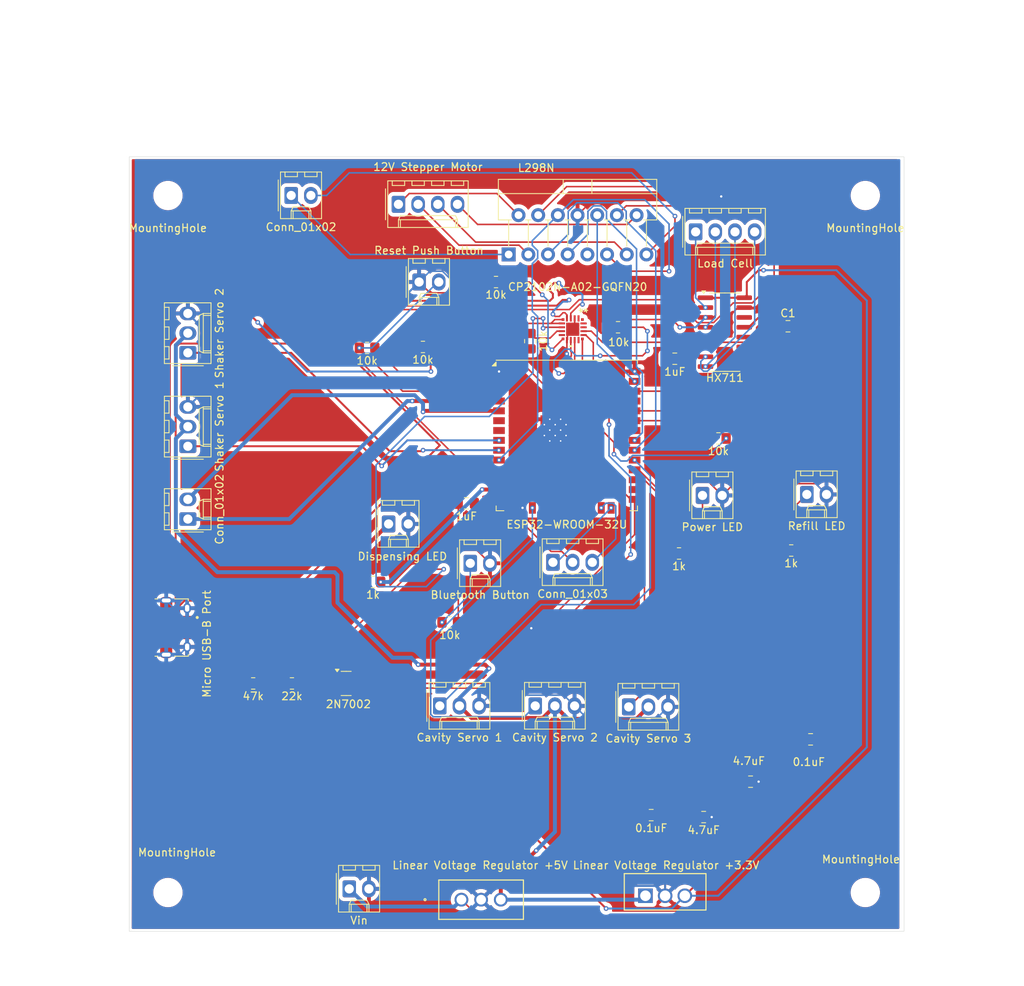
<source format=kicad_pcb>
(kicad_pcb (version 20240108) (generator "pcbnew") (generator_version "8.0")
  (layers (0 "F.Cu" signal) (31 "B.Cu" signal) (34 "B.Paste" user) (35 "F.Paste" user) (36 "B.SilkS" user "B.Silkscreen") (37 "F.SilkS" user "F.Silkscreen") (38 "B.Mask" user) (39 "F.Mask" user) (44 "Edge.Cuts" user))
  (net 0 "")
  (net 1 "GND")
  (net 2 "Net-(U6-VBG)")
  (net 3 "/Bluetooth Button")
  (net 4 "+3.3V")
  (net 5 "+12V")
  (net 6 "Net-(J3-Pin_2)")
  (net 7 "Net-(J3-Pin_3)")
  (net 8 "Net-(J3-Pin_1)")
  (net 9 "Net-(J5-Pin_2)")
  (net 10 "Net-(J5-Pin_3)")
  (net 11 "Net-(J5-Pin_4)")
  (net 12 "Net-(J5-Pin_1)")
  (net 13 "Net-(J6-Pin_1)")
  (net 14 "Net-(J7-Pin_1)")
  (net 15 "Net-(J8-Pin_1)")
  (net 16 "Net-(J9-Pin_1)")
  (net 17 "Net-(J10-Pin_1)")
  (net 18 "Net-(J10-Pin_2)")
  (net 19 "/Singal -")
  (net 20 "/Excitation +")
  (net 21 "/Signal +")
  (net 22 "/Excitation -")
  (net 23 "+5V")
  (net 24 "/Servo Signal 2")
  (net 25 "/Servo Signal 3")
  (net 26 "/Servo Signal 1")
  (net 27 "Net-(J16-Pin_2)")
  (net 28 "/D-")
  (net 29 "/D+")
  (net 30 "Net-(J19-Pin_1)")
  (net 31 "Net-(J19-Pin_2)")
  (net 32 "Net-(Q1-G)")
  (net 33 "/Drain")
  (net 34 "Net-(U7-RSTB)")
  (net 35 "Net-(U7-SUSPEND)")
  (net 36 "/Refill LED")
  (net 37 "/Dispensing LED")
  (net 38 "/Power LED")
  (net 39 "Net-(U7-SUSPENDB)")
  (net 40 "Net-(U7-WAKEUP)")
  (net 41 "/VBUS")
  (net 42 "/Stepper Driver IN3")
  (net 43 "/TXD")
  (net 44 "/HX711 PD_SCK")
  (net 46 "/Stepper Driver IN1")
  (net 47 "/HX711 Digital Output")
  (net 48 "/Stepper Driver IN2")
  (net 49 "/Stepper Driver IN4")
  (net 50 "/RXD")
  (net 51 "/Step Driver Speed")
  (net 53 "Net-(U6-XO)")
  (net 54 "/Shaker Servo Signal 1")
  (net 55 "/Shaker Servo Signal 2")
  (footprint "Resistor_SMD:R_0805_2012Metric_Pad1.20x1.40mm_HandSolder" (layer "F.Cu") (at 151.765 73.803 90)
    (property "Reference" "R3" (hide yes))
    (property "Value" "10k")
  )
  (footprint "Resistor_SMD:R_0805_2012Metric_Pad1.20x1.40mm_HandSolder" (layer "F.Cu") (at 185.436 100.838)
    (property "Reference" "R5" (hide yes))
    (property "Value" "1k")
  )
  (footprint "MountingHole:MountingHole_3.2mm_M3" (layer "F.Cu") (at 105 55)
    (property "Reference" "H1" (hide yes))
    (property "Value" "MountingHole")
  )
  (footprint "Resistor_SMD:R_0805_2012Metric_Pad1.20x1.40mm_HandSolder" (layer "F.Cu") (at 116 118)
    (property "Reference" "R13" (hide yes))
    (property "Value" "47k")
  )
  (footprint "Connector_Molex:Molex_KK-254_AE-6410-02A_1x02_P2.54mm_Vertical" (layer "F.Cu") (at 133.477 97.409)
    (property "Reference" "J7" (hide yes))
    (property "Value" "Dispensing LED")
  )
  (footprint "Connector_Molex:Molex_KK-254_AE-6410-03A_1x03_P2.54mm_Vertical" (layer "F.Cu") (at 107.569 87.376 90)
    (property "Reference" "J2" (hide yes))
    (property "Value" "Shaker Servo 1")
  )
  (footprint "10118194_0001LF (1):AMPHENOL_10118194-0001LF" (layer "F.Cu") (at 104.775 110.784 -90)
    (property "Reference" "J18" (hide yes))
    (property "Value" "Micro USB-B Port")
  )
  (footprint "Connector_Molex:Molex_KK-254_AE-6410-02A_1x02_P2.54mm_Vertical" (layer "F.Cu") (at 144.018 102.489)
    (property "Reference" "J9" (hide yes))
    (property "Value" "Bluetooth Button")
  )
  (footprint "MountingHole:MountingHole_3.2mm_M3" (layer "F.Cu") (at 195 55)
    (property "Reference" "H4" (hide yes))
    (property "Value" "MountingHole")
  )
  (footprint "Resistor_SMD:R_0805_2012Metric_Pad1.20x1.40mm_HandSolder" (layer "F.Cu") (at 170.958 101.219)
    (property "Reference" "R9" (hide yes))
    (property "Value" "1k")
  )
  (footprint "Capacitor_SMD:C_0805_2012Metric_Pad1.18x1.45mm_HandSolder" (layer "F.Cu") (at 170.4125 76.073)
    (property "Reference" "C3" (hide yes))
    (property "Value" "1uF")
  )
  (footprint "Package_SO:SOP-16_3.9x9.9mm_P1.27mm" (layer "F.Cu") (at 176.871 72.644)
    (property "Reference" "U6" (hide yes))
    (property "Value" "HX711")
  )
  (footprint "Capacitor_SMD:C_0805_2012Metric_Pad1.18x1.45mm_HandSolder" (layer "F.Cu") (at 174.1385 135.255)
    (property "Reference" "C6" (hide yes))
    (property "Value" "4.7uF")
  )
  (footprint "Capacitor_SMD:C_0805_2012Metric_Pad1.18x1.45mm_HandSolder" (layer "F.Cu") (at 185.0175 71.882)
    (property "Reference" "C1")
    (property "Value" "0.1uF")
  )
  (footprint "Resistor_SMD:R_0805_2012Metric_Pad1.20x1.40mm_HandSolder" (layer "F.Cu") (at 131.461 104.902)
    (property "Reference" "R8" (hide yes))
    (property "Value" "1k")
  )
  (footprint "MountingHole:MountingHole_3.2mm_M3" (layer "F.Cu") (at 195 145)
    (property "Reference" "H2" (hide yes))
    (property "Value" "MountingHole")
  )
  (footprint "Connector_Molex:Molex_KK-254_AE-6410-03A_1x03_P2.54mm_Vertical" (layer "F.Cu") (at 154.686 102.362)
    (property "Reference" "J3" (hide yes))
    (property "Value" "Conn_01x03")
  )
  (footprint "Connector_Molex:Molex_KK-254_AE-6410-02A_1x02_P2.54mm_Vertical" (layer "F.Cu") (at 107.569 96.774 90)
    (property "Reference" "J19" (hide yes))
    (property "Value" "Conn_01x02")
  )
  (footprint "Connector_Molex:Molex_KK-254_AE-6410-02A_1x02_P2.54mm_Vertical" (layer "F.Cu") (at 120.904 54.991)
    (property "Reference" "J10" (hide yes))
    (property "Value" "Conn_01x02")
  )
  (footprint "KiCADv6 3:QFN20_CP2102N_SIL" (layer "F.Cu") (at 157.237811 72.263 -90)
    (property "Reference" "U7" (hide yes))
    (property "Value" "CP2102N-A02-GQFN20")
  )
  (footprint "Connector_Molex:Molex_KK-254_AE-6410-02A_1x02_P2.54mm_Vertical" (layer "F.Cu") (at 187.452 93.599)
    (property "Reference" "J6" (hide yes))
    (property "Value" "Refill LED")
  )
  (footprint "RF_Module:ESP32-WROOM-32U" (layer "F.Cu") (at 156.477 85.979)
    (property "Reference" "U2" (hide yes))
    (property "Value" "ESP32-WROOM-32U")
  )
  (footprint "Connector_Molex:Molex_KK-254_AE-6410-04A_1x04_P2.54mm_Vertical" (layer "F.Cu") (at 134.747 56.134)
    (property "Reference" "J5" (hide yes))
    (property "Value" "12V Stepper Motor")
  )
  (footprint "Resistor_SMD:R_0805_2012Metric_Pad1.20x1.40mm_HandSolder" (layer "F.Cu") (at 137.906 74.549)
    (property "Reference" "R1" (hide yes))
    (property "Value" "10k")
  )
  (footprint "KiCADv6 2:TO-220_ONS" (layer "F.Cu") (at 142.875 145.923)
    (property "Reference" "U3" (hide yes))
    (property "Value" "Linear Voltage Regulator +5V")
  )
  (footprint "KiCADv6:T03B" (layer "F.Cu") (at 171.704 144.399)
    (property "Reference" "U1" (hide yes))
    (property "Value" "Linear Voltage Regulator +3.3V")
  )
  (footprint "Resistor_SMD:R_0805_2012Metric_Pad1.20x1.40mm_HandSolder" (layer "F.Cu") (at 147.336 66.167)
    (property "Reference" "R11" (hide yes))
    (property "Value" "10k")
  )
  (footprint "Resistor_SMD:R_0805_2012Metric_Pad1.20x1.40mm_HandSolder" (layer "F.Cu") (at 141.367 110.109)
    (property "Reference" "R10" (hide yes))
    (property "Value" "10k")
  )
  (footprint "Resistor_SMD:R_0805_2012Metric_Pad1.20x1.40mm_HandSolder" (layer "F.Cu") (at 130.699 74.676)
    (property "Reference" "R2" (hide yes))
    (property "Value" "10k")
  )
  (footprint "Connector_Molex:Molex_KK-254_AE-6410-03A_1x03_P2.54mm_Vertical" (layer "F.Cu") (at 107.569 75.311 90)
    (property "Reference" "J17" (hide yes))
    (property "Value" "Shaker Servo 2")
  )
  (footprint "Capacitor_SMD:C_0805_2012Metric_Pad1.18x1.45mm_HandSolder" (layer "F.Cu") (at 143.51 94.742)
    (property "Reference" "C4" (hide yes))
    (property "Value" "1uF")
  )
  (footprint "Package_TO_SOT_SMD:SOT-23" (layer "F.Cu") (at 128 118)
    (property "Reference" "Q1" (hide yes))
    (property "Value" "2N7002")
  )
  (footprint "Resistor_SMD:R_0805_2012Metric_Pad1.20x1.40mm_HandSolder" (layer "F.Cu") (at 176.038 86.36)
    (property "Reference" "R4" (hide yes))
    (property "Value" "10k")
  )
  (footprint "Capacitor_SMD:C_0805_2012Metric_Pad1.18x1.45mm_HandSolder" (layer "F.Cu") (at 187.9385 125.222)
    (property "Reference" "C7" (hide yes))
    (property "Value" "0.1uF")
  )
  (footprint "Connector_Molex:Molex_KK-254_AE-6410-04A_1x04_P2.54mm_Vertical" (layer "F.Cu") (at 173.101 59.69)
    (property "Reference" "J11" (hide yes))
    (property "Value" "Load Cell")
  )
  (footprint "Resistor_SMD:R_0805_2012Metric_Pad1.20x1.40mm_HandSolder" (layer "F.Cu") (at 163.084 72.009)
    (property "Reference" "R12" (hide yes))
    (property "Value" "10k")
  )
  (footprint "Connector_Molex:Molex_KK-254_AE-6410-02A_1x02_P2.54mm_Vertical" (layer "F.Cu") (at 137.414 66.167)
    (property "Reference" "J16" (hide yes))
    (property "Value" "Reset Push Button")
  )
  (footprint "Connector_Molex:Molex_KK-254_AE-6410-03A_1x03_P2.54mm_Vertical" (layer "F.Cu") (at 164.465 121.031)
    (property "Reference" "J15" (hide yes))
    (property "Value" "Cavity Servo 3")
  )
  (footprint "Resistor_SMD:R_0805_2012Metric_Pad1.20x1.40mm_HandSolder" (layer "F.Cu") (at 121 118)
    (property "Reference" "R14" (hide yes))
    (property "Value" "22k")
  )
  (footprint "Connector_Molex:Molex_KK-254_AE-6410-02A_1x02_P2.54mm_Vertical" (layer "F.Cu") (at 128.397 144.526)
    (property "Reference" "J1" (hide yes))
    (property "Value" "Vin")
  )
  (footprint "Connector_Molex:Molex_KK-254_AE-6410-03A_1x03_P2.54mm_Vertical" (layer "F.Cu") (at 152.4 120.904)
    (property "Reference" "J14" (hide yes))
    (property "Value" "Cavity Servo 2")
  )
  (footprint "Capacitor_SMD:C_0805_2012Metric_Pad1.18x1.45mm_HandSolder" (layer "F.Cu") (at 167.3645 135.001)
    (property "Reference" "C5" (hide yes))
    (property "Value" "0.1uF")
  )
  (footprint "Connector_Molex:Molex_KK-254_AE-6410-03A_1x03_P2.54mm_Vertical" (layer "F.Cu") (at 140.081 120.904)
    (property "Reference" "J13" (hide yes))
    (property "Value" "Cavity Servo 1")
  )
  (footprint "Capacitor_SMD:C_0805_2012Metric_Pad1.18x1.45mm_HandSolder" (layer "F.Cu") (at 180.1915 130.683)
    (property "Reference" "C8" (hide yes))
    (property "Value" "4.7uF")
  )
  (footprint "MountingHole:MountingHole_3.2mm_M3" (layer "F.Cu") (at 105 145)
    (property "Reference" "H3" (hide yes))
    (property "Value" "MountingHole")
  )
  (footprint "Package_TO_SOT_THT:TO-220-15_P2.54x2.54mm_StaggerOdd_Lead4.58mm_Vertical" (layer "F.Cu") (at 148.971 62.611)
    (property "Reference" "U5" (hide yes))
    (property "Value" "L298N")
  )
  (footprint "Connector_Molex:Molex_KK-254_AE-6410-02A_1x02_P2.54mm_Vertical" (layer "F.Cu") (at 173.99 93.726)
    (property "Reference" "J8" (hide yes))
    (property "Value" "Power LED")
  )
  (gr_rect (start 100 50) (end 200 150) (stroke (width 0.05)) (fill none) (layer "Edge.Cuts"))
  (segment (start 107.45 112.084) (end 109.084 112.084) (width 0.2) (layer "F.Cu") (net 1))
  (segment (start 176.53 93.726) (end 178.052 92.204) (width 0.2) (layer "F.Cu") (net 1))
  (segment (start 107.45 113.259) (end 107.475 113.284) (width 0.2) (layer "F.Cu") (net 1))
  (segment (start 183.98 71.882) (end 185.032 72.934) (width 0.254) (layer "F.Cu") (net 1))
  (segment (start 183.98 71.882) (end 189.992 77.894) (width 0.254) (layer "F.Cu") (net 1))
  (segment (start 174.741552 73.279) (end 178.551552 69.469) (width 0.2) (layer "F.Cu") (net 1))
  (segment (start 144.5475 94.742) (end 144.5475 100.4785) (width 0.2) (layer "F.Cu") (net 1))
  (segment (start 146.558 105.537) (end 151.892 110.871) (width 0.2) (layer "F.Cu") (net 1))
  (segment (start 115 118) (end 116.25 119.25) (width 0.2) (layer "F.Cu") (net 1))
  (segment (start 181.229 130.683) (end 176.657 135.255) (width 0.254) (layer "F.Cu") (net 1))
  (segment (start 185.277428 69.469) (end 179.371 69.469) (width 0.254) (layer "F.Cu") (net 1))
  (segment (start 156.487622 73.66) (end 156.560748 73.586874) (width 0.2) (layer "F.Cu") (net 1))
  (segment (start 156.487622 75.414378) (end 156.464 75.438) (width 0.2) (layer "F.Cu") (net 1))
  (segment (start 169.164 140.97) (end 169.164 145.415) (width 0.254) (layer "F.Cu") (net 1))
  (segment (start 181.229 130.683) (end 183.515 130.683) (width 0.2) (layer "F.Cu") (net 1))
  (segment (start 105.075 112.084) (end 107.45 112.084) (width 0.2) (layer "F.Cu") (net 1))
  (segment (start 175.038 92.234) (end 176.53 93.726) (width 0.2) (layer "F.Cu") (net 1))
  (segment (start 156.560748 73.586874) (end 156.560748 72.940063) (width 0.2) (layer "F.Cu") (net 1))
  (segment (start 104.775 111.784) (end 105.075 112.084) (width 0.2) (layer "F.Cu") (net 1))
  (segment (start 183.515 130.683) (end 188.976 125.222) (width 0.2) (layer "F.Cu") (net 1))
  (segment (start 185.032 72.934) (end 186.638428 72.934) (width 0.254) (layer "F.Cu") (net 1))
  (segment (start 157.861 57.531) (end 160.274 55.118) (width 0.2) (layer "F.Cu") (net 1))
  (segment (start 187.071 71.262572) (end 185.277428 69.469) (width 0.254) (layer "F.Cu") (net 1))
  (segment (start 178.052 92.204) (end 188.597 92.204) (width 0.2) (layer "F.Cu") (net 1))
  (segment (start 174.371 73.279) (end 174.741552 73.279) (width 0.2) (layer "F.Cu") (net 1))
  (segment (start 189.992 77.894) (end 189.992 93.599) (width 0.254) (layer "F.Cu") (net 1))
  (segment (start 146.336 66.167) (end 144.941 67.562) (width 0.2) (layer "F.Cu") (net 1))
  (segment (start 187.071 72.501428) (end 187.071 71.262572) (width 0.254) (layer "F.Cu") (net 1))
  (segment (start 178.551552 69.469) (end 179.371 69.469) (width 0.2) (layer "F.Cu") (net 1))
  (segment (start 157.487874 72.012937) (end 157.487874 70.866) (width 0.2) (layer "F.Cu") (net 1))
  (segment (start 156.560748 72.940063) (end 157.237811 72.263) (width 0.2) (layer "F.Cu") (net 1))
  (segment (start 144.941 67.562) (end 138.809 67.562) (width 0.2) (layer "F.Cu") (net 1))
  (segment (start 150.762 89.504) (end 150.762 95.329) (width 0.2) (layer "F.Cu") (net 1))
  (segment (start 171.45 76.073) (end 169.799 77.724) (width 0.2) (layer "F.Cu") (net 1))
  (segment (start 146.558 102.489) (end 146.558 105.537) (width 0.2) (layer "F.Cu") (net 1))
  (segment (start 160.274 55.118) (end 176.403 55.118) (width 0.2) (layer "F.Cu") (net 1))
  (segment (start 157.237811 72.263) (end 157.487874 72.012937) (width 0.2) (layer "F.Cu") (net 1))
  (segment (start 138.809 67.562) (end 137.414 66.167) (width 0.2) (layer "F.Cu") (net 1))
  (segment (start 168.402 140.208) (end 169.164 140.97) (width 0.254) (layer "F.Cu") (net 1))
  (segment (start 188.597 92.204) (end 189.992 93.599) (width 0.2) (layer "F.Cu") (net 1))
  (segment (start 126.7625 119.25) (end 127.0625 118.95) (width 0.2) (layer "F.Cu") (net 1))
  (segment (start 147.727 77.724) (end 148.677 77.724) (width 0.2) (layer "F.Cu") (net 1))
  (segment (start 144.5475 100.4785) (end 146.558 102.489) (width 0.2) (layer "F.Cu") (net 1))
  (segment (start 176.657 135.255) (end 175.176 135.255) (width 0.254) (layer "F.Cu") (net 1))
  (segment (start 116.25 119.25) (end 126.7625 119.25) (width 0.2) (layer "F.Cu") (net 1))
  (segment (start 109.084 112.084) (end 115 118) (width 0.2) (layer "F.Cu") (net 1))
  (segment (start 169.799 77.724) (end 165.227 77.724) (width 0.2) (layer "F.Cu") (net 1))
  (segment (start 186.638428 72.934) (end 187.071 72.501428) (width 0.254) (layer "F.Cu") (net 1))
  (segment (start 148.677 77.724) (end 154.277 83.324) (width 0.2) (layer "F.Cu") (net 1))
  (segment (start 154.277 83.324) (end 154.277 83.889) (width 0.2) (layer "F.Cu") (net 1))
  (segment (start 104.775 111.784) (end 104.775 109.784) (width 0.2) (layer "F.Cu") (net 1))
  (segment (start 156.487622 73.66) (end 156.487622 75.414378) (width 0.2) (layer "F.Cu") (net 1))
  (segment (start 168.402 135.001) (end 168.402 140.208) (width 0.254) (layer "F.Cu") (net 1))
  (segment (start 175.038 86.36) (end 175.038 92.234) (width 0.2) (layer "F.Cu") (net 1))
  (segment (start 153.577 86.689) (end 150.762 89.504) (width 0.2) (layer "F.Cu") (net 1))
  (via (at 175.176 135.255) (size 0.6) (drill 0.3) (layers "F.Cu" "B.Cu") (net 1))
  (via (at 150.762 95.329) (size 0.6) (drill 0.3) (layers "F.Cu" "B.Cu") (net 1))
  (via (at 147.727 77.724) (size 0.6) (drill 0.3) (layers "F.Cu" "B.Cu") (net 1))
  (via (at 156.464 75.438) (size 0.6) (drill 0.3) (layers "F.Cu" "B.Cu") (net 1))
  (via (at 176.403 55.118) (size 0.6) (drill 0.3) (layers "F.Cu" "B.Cu") (net 1))
  (via (at 165.227 77.724) (size 0.6) (drill 0.3) (layers "F.Cu" "B.Cu") (net 1))
  (via (at 151.892 110.871) (size 0.6) (drill 0.3) (layers "F.Cu" "B.Cu") (net 1))
  (via (at 181.229 130.683) (size 0.6) (drill 0.3) (layers "F.Cu" "B.Cu") (net 1))
  (segment (start 182.753 132.207) (end 176.53 125.984) (width 0.2) (layer "B.Cu") (net 1))
  (segment (start 106.475 114.284) (end 107.475 113.284) (width 0.2) (layer "B.Cu") (net 1))
  (segment (start 182.753 132.207) (end 171.577 121.031) (width 0.2) (layer "B.Cu") (net 1))
  (segment (start 181.264 84.871) (end 189.992 93.599) (width 0.2) (layer "B.Cu") (net 1))
  (segment (start 176.53 125.984) (end 176.53 93.726) (width 0.2) (layer "B.Cu") (net 1))
  (segment (start 154.977 84.589) (end 154.977 85.989) (width 0.2) (layer "B.Cu") (net 1))
  (segment (start 107.569 70.231) (end 133.35 70.231) (width 0.254) (layer "B.Cu") (net 1))
  (segment (start 156.464 82.402) (end 155.677 83.189) (width 0.2) (layer "B.Cu") (net 1))
  (segment (start 157.077 83.889) (end 161.180529 83.889) (width 0.2) (layer "B.Cu") (net 1))
  (segment (start 107.475 108.284) (end 105.775 108.284) (width 0.2) (layer "B.Cu") (net 1))
  (segment (start 156.464 75.438) (end 156.464 82.402) (width 0.2) (layer "B.Cu") (net 1))
  (segment (start 144.018 144.526) (end 130.937 144.526) (width 0.2) (layer "B.Cu") (net 1))
  (segment (start 147.1898 144.1482) (end 145.415 145.923) (width 0.254) (layer "B.Cu") (net 1))
  (segment (start 147.727 72.06037) (end 147.727 77.724) (width 0.2) (layer "B.Cu") (net 1))
  (segment (start 108.991 80.874) (end 107.569 82.296) (width 0.254) (layer "B.Cu") (net 1))
  (segment (start 167.8972 144.1482) (end 147.1898 144.1482) (width 0.254) (layer "B.Cu") (net 1))
  (segment (start 169.164 141.267) (end 175.176 135.255) (width 0.254) (layer "B.Cu") (net 1))
  (segment (start 145.415 145.923) (end 144.018 144.526) (width 0.2) (layer "B.Cu") (net 1))
  (segment (start 107.569 70.231) (end 108.991 71.653) (width 0.254) (layer "B.Cu") (net 1))
  (segment (start 157.48 120.904) (end 156.085 119.509) (width 0.2) (layer "B.Cu") (net 1))
  (segment (start 146.558 99.533) (end 150.762 95.329) (width 0.2) (layer "B.Cu") (net 1))
  (segment (start 181.264 64.394471) (end 181.264 84.871) (width 0.2) (layer "B.Cu") (net 1))
  (segment (start 159.002 122.426) (end 157.48 120.904) (width 0.2) (layer "B.Cu") (net 1))
  (segment (start 105.775 108.284) (end 104.775 107.284) (width 0.2) (layer "B.Cu") (net 1))
  (segment (start 169.545 121.031) (end 168.15 122.426) (width 0.2) (layer "B.Cu") (net 1))
  (segment (start 108.991 71.653) (end 108.991 80.874) (width 0.254) (layer "B.Cu") (net 1))
  (segment (start 171.577 121.031) (end 169.545 121.031) (width 0.2) (layer "B.Cu") (net 1))
  (segment (start 176.403 55.118) (end 179.197 55.118) (width 0.2) (layer "B.Cu") (net 1))
  (segment (start 157.48 116.459) (end 157.48 120.904) (width 0.2) (layer "B.Cu") (net 1))
  (segment (start 155.677 83.189) (end 155.677 83.889) (width 0.2) (layer "B.Cu") (net 1))
  (segment (start 169.164 145.415) (end 167.8972 144.1482) (width 0.254) (layer "B.Cu") (net 1))
  (segment (start 104.775 107.284) (end 104.775 114.284) (width 0.2) (layer "B.Cu") (net 1))
  (segment (start 146.558 102.489) (end 146.558 99.533) (width 0.2) (layer "B.Cu") (net 1))
  (segment (start 169.164 145.415) (end 169.164 141.267) (width 0.254) (layer "B.Cu") (net 1))
  (segment (start 182.112529 63.545942) (end 181.264 64.394471) (width 0.2) (layer "B.Cu") (net 1))
  (segment (start 165.827 78.324) (end 165.227 77.724) (width 0.2) (layer "B.Cu") (net 1))
  (segment (start 137.414 66.167) (end 138.809 64.772) (width 0.2) (layer "B.Cu") (net 1))
  (segment (start 156.085 119.509) (end 146.556 119.509) (width 0.2) (layer "B.Cu") (net 1))
  (segment (start 179.197 55.118) (end 182.112529 58.033529) (width 0.2) (layer "B.Cu") (net 1))
  (segment (start 104.775 114.284) (end 106.475 114.284) (width 0.2) (layer "B.Cu") (net 1))
  (segment (start 168.15 122.426) (end 159.002 122.426) (width 0.2) (layer "B.Cu") (net 1))
  (segment (start 156.377 84.589) (end 157.077 83.889) (width 0.2) (layer "B.Cu") (net 1))
  (segment (start 146.556 119.509) (end 145.161 120.904) (width 0.2) (layer "B.Cu") (net 1))
  (segment (start 161.180529 83.889) (end 165.827 79.242529) (width 0.2) (layer "B.Cu") (net 1))
  (segment (start 182.112529 58.033529) (end 182.112529 63.545942) (width 0.2) (layer "B.Cu") (net 1))
  (segment (start 181.229 130.683) (end 182.753 132.207) (width 0.2) (layer "B.Cu") (net 1))
  (segment (start 165.827 79.242529) (end 165.827 78.324) (width 0.2) (layer "B.Cu") (net 1))
  (segment (start 133.35 70.231) (end 137.414 66.167) (width 0.254) (layer "B.Cu") (net 1))
  (segment (start 138.809 64.772) (end 140.43863 64.772) (width 0.2) (layer "B.Cu") (net 1))
  (segment (start 151.892 110.871) (end 157.48 116.459) (width 0.2) (layer "B.Cu") (net 1))
  (segment (start 140.43863 64.772) (end 147.727 72.06037) (width 0.2) (layer "B.Cu") (net 1))
  (segment (start 169.375 76.073) (end 170.899 74.549) (width 0.2) (layer "F.Cu") (net 2))
  (segment (start 170.899 74.549) (end 174.371 74.549) (width 0.2) (layer "F.Cu") (net 2))
  (segment (start 142.4725 94.742) (end 142.4725 110.0035) (width 0.2) (layer "F.Cu") (net 3))
  (segment (start 145.5205 91.694) (end 147.727 91.694) (width 0.2) (layer "F.Cu") (net 3))
  (segment (start 142.4725 110.0035) (end 142.367 110.109) (width 0.2) (layer "F.Cu") (net 3))
  (segment (start 142.4725 94.742) (end 145.5205 91.694) (width 0.2) (layer "F.Cu") (net 3))
  (segment (start 171.668 133.822) (end 173.101 135.255) (width 0.254) (layer "F.Cu") (net 4))
  (segment (start 135.979 75.244928) (end 135.979 73.444) (width 0.2) (layer "F.Cu") (net 4))
  (segment (start 179.705 67.865) (end 179.371 68.199) (width 0.254) (layer "F.Cu") (net 4))
  (segment (start 135.596289 74.824033) (end 136.337256 75.565) (width 0.2) (layer "F.Cu") (net 4))
  (segment (start 136.337256 75.565) (end 137.89 75.565) (width 0.2) (layer "F.Cu") (net 4))
  (segment (start 110.363 65.151) (end 106.045 65.151) (width 0.254) (layer "F.Cu") (net 4))
  (segment (start 138.906 74.549) (end 137.879 75.576) (width 0.2) (layer "F.Cu") (net 4))
  (segment (start 137.162316 71.512811) (end 135.596289 73.078838) (width 0.2) (layer "F.Cu") (net 4))
  (segment (start 138.906 74.549) (end 138.906 77.692) (width 0.254) (layer "F.Cu") (net 4))
  (segment (start 113.919 133.35) (end 147.828 133.35) (width 0.254) (layer "F.Cu") (net 4))
  (segment (start 173.101 135.255) (end 177.673 130.683) (width 0.254) (layer "F.Cu") (net 4))
  (segment (start 166.327 135.001) (end 167.506 133.822) (width 0.254) (layer "F.Cu") (net 4))
  (segment (start 181.229 64.643) (end 179.705 66.167) (width 0.254) (layer "F.Cu") (net 4))
  (segment (start 184.615 125.222) (end 179.154 130.683) (width 0.2) (layer "F.Cu") (net 4))
  (segment (start 155.98775 71.013) (end 154.931811 71.013) (width 0.2) (layer "F.Cu") (net 4))
  (segment (start 167.506 133.822) (end 171.668 133.822) (width 0.254) (layer "F.Cu") (net 4))
  (segment (start 154.931811 71.013) (end 154.432 71.512811) (width 0.2) (layer "F.Cu") (net 4))
  (segment (start 137.879 75.576) (end 136.310072 75.576) (width 0.2) (layer "F.Cu") (net 4))
  (segment (start 181.864 64.643) (end 181.229 64.643) (width 0.254) (layer "F.Cu") (net 4))
  (segment (start 135.979 73.444) (end 136.301 73.122) (width 0.2) (layer "F.Cu") (net 4))
  (segment (start 150.084 73.122) (end 151.765 74.803) (width 0.2) (layer "F.Cu") (net 4))
  (segment (start 179.705 66.167) (end 179.705 67.865) (width 0.254) (layer "F.Cu") (net 4))
  (segment (start 135.596289 73.078838) (end 135.596289 74.824033) (width 0.2) (layer "F.Cu") (net 4))
  (segment (start 175.671 70.438999) (end 175.671 68.483) (width 0.2) (layer "F.Cu") (net 4))
  (segment (start 136.310072 75.576) (end 135.979 75.244928) (width 0.2) (layer "F.Cu") (net 4))
  (segment (start 143.351 78.994) (end 147.727 78.994) (width 0.254) (layer "F.Cu") (net 4))
  (segment (start 137.89 75.565) (end 138.906 74.549) (width 0.2) (layer "F.Cu") (net 4))
  (segment (start 134.747 77.724) (end 138.938 77.724) (width 0.2) (layer "F.Cu") (net 4))
  (segment (start 170.069 71.009) (end 171.069 72.009) (width 0.2) (layer "F.Cu") (net 4))
  (segment (start 138.906 74.549) (end 143.351 78.994) (width 0.254) (layer "F.Cu") (net 4))
  (segment (start 174.371 70.739) (end 175.370999 70.739) (width 0.2) (layer "F.Cu") (net 4))
  (segment (start 138.906 77.692) (end 138.938 77.724) (width 0.254) (layer "F.Cu") (net 4))
  (segment (start 101.346 69.85) (end 101.346 120.777) (width 0.254) (layer "F.Cu") (net 4))
  (segment (start 162.084 72.009) (end 163.084 71.009) (width 0.2) (layer "F.Cu") (net 4))
  (segment (start 147.828 133.35) (end 161.544 147.066) (width 0.254) (layer "F.Cu") (net 4))
  (segment (start 154.432 71.512811) (end 137.162316 71.512811) (width 0.2) (layer "F.Cu") (net 4))
  (segment (start 186.901 125.222) (end 184.615 125.222) (width 0.2) (layer "F.Cu") (net 4))
  (segment (start 106.045 65.151) (end 101.346 69.85) (width 0.254) (layer "F.Cu") (net 4))
  (segment (start 163.084 71.009) (end 170.069 71.009) (width 0.2) (layer "F.Cu") (net 4))
  (segment (start 173.101 144.018) (end 171.704 145.415) (width 0.254) (layer "F.Cu") (net 4))
  (segment (start 131.699 74.676) (end 134.747 77.724) (width 0.2) (layer "F.Cu") (net 4))
  (segment (start 116.586 71.374) (end 110.363 65.151) (width 0.254) (layer "F.Cu") (net 4))
  (segment (start 175.370999 70.739) (end 175.671 70.438999) (width 0.2) (layer "F.Cu") (net 4))
  (segment (start 101.346 120.777) (end 113.919 133.35) (width 0.254) (layer "F.Cu") (net 4))
  (segment (start 155.840811 71.512811) (end 154.432 71.512811) (width 0.2) (layer "F.Cu") (net 4))
  (segment (start 136.301 73.122) (end 150.084 73.122) (width 0.2) (layer "F.Cu") (net 4))
  (segment (start 174.371 68.199) (end 179.371 68.199) (width 0.254) (layer "F.Cu") (net 4))
  (segment (start 175.387 68.199) (end 174.371 68.199) (width 0.2) (layer "F.Cu") (net 4))
  (segment (start 173.101 135.255) (end 173.101 144.018) (width 0.254) (layer "F.Cu") (net 4))
  (segment (start 175.671 68.483) (end 175.387 68.199) (width 0.2) (layer "F.Cu") (net 4))
  (segment (start 177.673 130.683) (end 179.154 130.683) (width 0.254) (layer "F.Cu") (net 4))
  (via (at 181.864 64.643) (size 0.6) (drill 0.3) (layers "F.Cu" "B.Cu") (net 4))
  (via (at 138.938 77.724) (size 0.6) (drill 0.3) (layers "F.Cu" "B.Cu") (net 4))
  (via (at 161.544 147.066) (size 0.6) (drill 0.3) (layers "F.Cu" "B.Cu") (net 4))
  (via (at 174.371 70.739) (size 0.6) (drill 0.3) (layers "F.Cu" "B.Cu") (net 4))
  (via (at 116.586 71.374) (size 0.6) (drill 0.3) (layers "F.Cu" "B.Cu") (net 4))
  (via (at 171.069 72.009) (size 0.6) (drill 0.3) (layers "F.Cu" "B.Cu") (net 4))
  (segment (start 161.544 147.066) (end 170.053 147.066) (width 0.254) (layer "B.Cu") (net 4))
  (segment (start 171.069 72.009) (end 173.101 72.009) (width 0.254) (layer "B.Cu") (net 4))
  (segment (start 194.691 68.072) (end 191.262 64.643) (width 0.254) (layer "B.Cu") (net 4))
  (segment (start 191.262 64.643) (end 181.864 64.643) (width 0.254) (layer "B.Cu") (net 4))
  (segment (start 138.938 77.724) (end 122.936 77.724) (width 0.254) (layer "B.Cu") (net 4))
  (segment (start 171.704 145.415) (end 176.022 145.415) (width 0.254) (layer "B.Cu") (net 4))
  (segment (start 122.936 77.724) (end 116.586 71.374) (width 0.254) (layer "B.Cu") (net 4))
  (segment (start 195.199 126.238) (end 195.199 68.58) (width 0.254) (layer "B.Cu") (net 4))
  (segment (start 170.053 147.066) (end 171.704 145.415) (width 0.254) (layer "B.Cu") (net 4))
  (segment (start 173.101 72.009) (end 174.371 70.739) (width 0.254) (layer "B.Cu") (net 4))
  (segment (start 176.022 145.415) (end 195.199 126.238) (width 0.254) (layer "B.Cu") (net 4))
  (segment (start 195.199 68.58) (end 194.691 68.072) (width 0.254) (layer "B.Cu") (net 4))
  (segment (start 156.464 53.848) (end 184.50563 53.848) (width 0.2) (layer "F.Cu") (net 5))
  (segment (start 152.781 57.531) (end 156.464 53.848) (width 0.2) (layer "F.Cu") (net 5))
  (segment (start 176.911 148.082) (end 145.034 148.082) (width 0.2) (layer "F.Cu") (net 5))
  (segment (start 184.50563 53.848) (end 198.12 67.46237) (width 0.2) (layer "F.Cu") (net 5))
  (segment (start 145.034 148.082) (end 142.875 145.923) (width 0.2) (layer "F.Cu") (net 5))
  (segment (start 198.12 138.938) (end 186.055 138.938) (width 0.2) (layer "F.Cu") (net 5))
  (segment (start 198.12 67.46237) (end 198.12 138.938) (width 0.2) (layer "F.Cu") (net 5))
  (segment (start 186.055 138.938) (end 176.911 148.082) (width 0.2) (layer "F.Cu") (net 5))
  (segment (start 128.397 144.526) (end 130.682999 146.811999) (width 0.508) (layer "B.Cu") (net 5))
  (segment (start 130.682999 146.811999) (end 141.986001 146.811999) (width 0.508) (layer "B.Cu") (net 5))
  (segment (start 141.986001 146.811999) (end 142.875 145.923) (width 0.508) (layer "B.Cu") (net 5))
  (segment (start 157.226 102.362) (end 155.831 100.967) (width 0.2) (layer "F.Cu") (net 6))
  (segment (start 155.831 100.967) (end 154.46 100.967) (width 0.2) (layer "F.Cu") (net 6))
  (segment (start 154.46 100.967) (end 147.727 94.234) (width 0.2) (layer "F.Cu") (net 6))
  (via (at 160.922 95.329) (size 0.6) (drill 0.3) (layers "F.Cu" "B.Cu") (net 7))
  (segment (start 162.792 95.080471) (end 162.440529 94.729) (width 0.2) (layer "B.Cu") (net 7))
  (segment (start 162.792 99.336) (end 162.792 95.080471) (width 0.2) (layer "B.Cu") (net 7))
  (segment (start 162.440529 94.729) (end 161.522 94.729) (width 0.2) (layer "B.Cu") (net 7))
  (segment (start 159.766 102.362) (end 162.792 99.336) (width 0.2) (layer "B.Cu") (net 7))
  (segment (start 161.522 94.729) (end 160.922 95.329) (width 0.2) (layer "B.Cu") (net 7))
  (via (at 162.192 95.329) (size 0.6) (drill 0.3) (layers "F.Cu" "B.Cu") (net 8))
  (segment (start 162.192 95.329) (end 155.159 102.362) (width 0.2) (layer "B.Cu") (net 8))
  (segment (start 155.159 102.362) (end 154.686 102.362) (width 0.2) (layer "B.Cu") (net 8))
  (segment (start 142.564 61.411) (end 150.311 61.411) (width 0.2) (layer "F.Cu") (net 9))
  (segment (start 150.311 61.411) (end 151.511 62.611) (width 0.2) (layer "F.Cu") (net 9))
  (segment (start 137.287 56.134) (end 142.564 61.411) (width 0.2) (layer "F.Cu") (net 9))
  (segment (start 162.611 61.011) (end 164.211 62.611) (width 0.2) (layer "F.Cu") (net 10))
  (segment (start 144.704 61.011) (end 162.611 61.011) (width 0.2) (layer "F.Cu") (net 10))
  (segment (start 139.827 56.134) (end 144.704 61.011) (width 0.2) (layer "F.Cu") (net 10))
  (segment (start 144.964 58.731) (end 164.281 58.731) (width 0.2) (layer "F.Cu") (net 11))
  (segment (start 142.367 56.134) (end 144.964 58.731) (width 0.2) (layer "F.Cu") (net 11))
  (segment (start 164.281 58.731) (end 165.481 57.531) (width 0.2) (layer "F.Cu") (net 11))
  (segment (start 136.142 54.739) (end 147.449 54.739) (width 0.2) (layer "F.Cu") (net 12))
  (segment (start 147.449 54.739) (end 150.241 57.531) (width 0.2) (layer "F.Cu") (net 12))
  (segment (start 134.747 56.134) (end 136.142 54.739) (width 0.2) (layer "F.Cu") (net 12))
  (segment (start 184.436 96.615) (end 187.452 93.599) (width 0.2) (layer "F.Cu") (net 13))
  (segment (start 184.436 100.838) (end 184.436 96.615) (width 0.2) (layer "F.Cu") (net 13))
  (segment (start 130.461 104.902) (end 130.461 100.425) (width 0.508) (layer "F.Cu") (net 14))
  (segment (start 130.461 100.425) (end 133.477 97.409) (width 0.508) (layer "F.Cu") (net 14))
  (segment (start 172.542744 102.219) (end 173.99 100.771744) (width 0.2) (layer "F.Cu") (net 15))
  (segment (start 170.958 102.219) (end 172.542744 102.219) (width 0.2) (layer "F.Cu") (net 15))
  (segment (start 169.958 101.219) (end 170.958 102.219) (width 0.2) (layer "F.Cu") (net 15))
  (segment (start 173.99 100.771744) (end 173.99 93.726) (width 0.2) (layer "F.Cu") (net 15))
  (via (at 140.367 110.109) (size 0.6) (drill 0.3) (layers "F.Cu" "B.Cu") (net 16))
  (segment (start 144.018 102.489) (end 144.018 106.458) (width 0.2) (layer "B.Cu") (net 16))
  (segment (start 144.018 106.458) (end 140.367 110.109) (width 0.2) (layer "B.Cu") (net 16))
  (segment (start 148.971 62.611) (end 128.524 62.611) (width 0.2) (layer "B.Cu") (net 17))
  (segment (start 128.524 62.611) (end 120.904 54.991) (width 0.2) (layer "B.Cu") (net 17))
  (segment (start 166.751 62.611) (end 170.434 58.928) (width 0.2) (layer "F.Cu") (net 18))
  (segment (start 170.434 58.928) (end 170.434 57.658) (width 0.2) (layer "F.Cu") (net 18))
  (via (at 170.434 57.658) (size 0.6) (drill 0.3) (layers "F.Cu" "B.Cu") (net 18))
  (segment (start 125.476 54.991) (end 123.444 54.991) (width 0.2) (layer "B.Cu") (net 18))
  (segment (start 164.846 52.07) (end 128.397 52.07) (width 0.2) (layer "B.Cu") (net 18))
  (segment (start 170.434 57.658) (end 164.846 52.07) (width 0.2) (layer "B.Cu") (net 18))
  (segment (start 128.397 52.07) (end 125.476 54.991) (width 0.2) (layer "B.Cu") (net 18))
  (via (at 174.371 75.819) (size 0.6) (drill 0.3) (layers "F.Cu" "B.Cu") (net 19))
  (segment (start 173.771 77.337529) (end 173.771 76.419) (width 0.2) (layer "B.Cu") (net 19))
  (segment (start 173.771 76.419) (end 174.371 75.819) (width 0.2) (layer "B.Cu") (net 19))
  (segment (start 180.721 59.69) (end 180.721 71.587529) (width 0.2) (layer "B.Cu") (net 19))
  (segment (start 180.721 71.587529) (end 174.619529 77.689) (width 0.2) (layer "B.Cu") (net 19))
  (segment (start 174.619529 77.689) (end 174.122471 77.689) (width 0.2) (layer "B.Cu") (net 19))
  (segment (start 174.122471 77.689) (end 173.771 77.337529) (width 0.2) (layer "B.Cu") (net 19))
  (via (at 174.371 69.469) (size 0.6) (drill 0.3) (layers "F.Cu" "B.Cu") (net 20))
  (segment (start 173.101 68.199) (end 174.371 69.469) (width 0.2) (layer "B.Cu") (net 20))
  (segment (start 173.101 59.69) (end 173.101 68.199) (width 0.2) (layer "B.Cu") (net 20))
  (via (at 174.371 77.089) (size 0.6) (drill 0.3) (layers "F.Cu" "B.Cu") (net 21))
  (segment (start 178.181 59.69) (end 178.181 73.279) (width 0.2) (layer "B.Cu") (net 21))
  (segment (start 178.181 73.279) (end 174.371 77.089) (width 0.2) (layer "B.Cu") (net 21))
  (via (at 174.371 72.009) (size 0.6) (drill 0.3) (layers "F.Cu" "B.Cu") (net 22))
  (segment (start 175.641 59.69) (end 175.641 70.739) (width 0.2) (layer "B.Cu") (net 22))
  (segment (start 175.641 70.739) (end 174.371 72.009) (width 0.2) (layer "B.Cu") (net 22))
  (segment (start 108.484 109.484) (end 107.45 109.484) (width 0.254) (layer "F.Cu") (net 23))
  (segment (start 147.955 144.145) (end 147.955 145.923) (width 0.508) (layer "F.Cu") (net 23))
  (segment (start 145.923 115.57) (end 146.431 116.078) (width 0.508) (layer "F.Cu") (net 23))
  (segment (start 117 118) (end 108.484 109.484) (width 0.254) (layer "F.Cu") (net 23))
  (segment (start 137.287 115.57) (end 145.923 115.57) (width 0.508) (layer "F.Cu") (net 23))
  (segment (start 156.616 122.58) (end 165.456 122.58) (width 0.508) (layer "F.Cu") (net 23))
  (segment (start 165.456 122.58) (end 167.005 121.031) (width 0.508) (layer "F.Cu") (net 23))
  (segment (start 152.527 139.573) (end 147.955 144.145) (width 0.508) (layer "F.Cu") (net 23))
  (segment (start 144.17 122.453) (end 142.621 120.904) (width 0.508) (layer "F.Cu") (net 23))
  (segment (start 117 118) (end 120 118) (width 0.508) (layer "F.Cu") (net 23))
  (segment (start 153.391 122.453) (end 144.17 122.453) (width 0.508) (layer "F.Cu") (net 23))
  (segment (start 154.94 120.904) (end 153.391 122.453) (width 0.508) (layer "F.Cu") (net 23))
  (segment (start 154.94 120.904) (end 156.616 122.58) (width 0.508) (layer "F.Cu") (net 23))
  (via (at 152.527 139.573) (size 0.6) (drill 0.3) (layers "F.Cu" "B.Cu") (net 23))
  (via (at 146.431 116.078) (size 0.6) (drill 0.3) (layers "F.Cu" "B.Cu") (net 23))
  (via (at 137.287 115.57) (size 0.6) (drill 0.3) (layers "F.Cu" "B.Cu") (net 23))
  (segment (start 136.398 114.681) (end 137.287 115.57) (width 0.508) (layer "B.Cu") (net 23))
  (segment (start 133.604 114.3) (end 133.985 114.681) (width 0.508) (layer "B.Cu") (net 23))
  (segment (start 126.873 104.013) (end 126.873 107.569) (width 0.508) (layer "B.Cu") (net 23))
  (segment (start 142.621 119.888) (end 142.621 120.904) (width 0.508) (layer "B.Cu") (net 23))
  (segment (start 154.94 137.16) (end 152.527 139.573) (width 0.508) (layer "B.Cu") (net 23))
  (segment (start 126.873 107.569) (end 133.604 114.3) (width 0.508) (layer "B.Cu") (net 23))
  (segment (start 111.379 103.632) (end 126.492 103.632) (width 0.508) (layer "B.Cu") (net 23))
  (segment (start 106.02 74.32) (end 107.569 72.771) (width 0.508) (layer "B.Cu") (net 23))
  (segment (start 154.94 120.904) (end 154.94 137.16) (width 0.508) (layer "B.Cu") (net 23))
  (segment (start 106.02 86.385) (end 106.02 98.273) (width 0.508) (layer "B.Cu") (net 23))
  (segment (start 146.431 116.078) (end 142.621 119.888) (width 0.508) (layer "B.Cu") (net 23))
  (segment (start 166.116 145.923) (end 166.624 145.415) (width 0.508) (layer "B.Cu") (net 23))
  (segment (start 107.569 84.836) (end 106.02 83.287) (width 0.508) (layer "B.Cu") (net 23))
  (segment (start 147.955 145.923) (end 166.116 145.923) (width 0.508) (layer "B.Cu") (net 23))
  (segment (start 133.985 114.681) (end 136.398 114.681) (width 0.508) (layer "B.Cu") (net 23))
  (segment (start 106.02 83.287) (end 106.02 74.32) (width 0.508) (layer "B.Cu") (net 23))
  (segment (start 126.492 103.632) (end 126.873 104.013) (width 0.508) (layer "B.Cu") (net 23))
  (segment (start 106.02 98.273) (end 111.379 103.632) (width 0.508) (layer "B.Cu") (net 23))
  (segment (start 107.569 84.836) (end 106.02 86.385) (width 0.508) (layer "B.Cu") (net 23))
  (via (at 165.227 89.154) (size 0.6) (drill 0.3) (layers "F.Cu" "B.Cu") (net 24))
  (segment (start 153.162 107.823) (end 165.1 107.823) (width 0.2) (layer "B.Cu") (net 24))
  (segment (start 167.259 105.664) (end 167.259 91.186) (width 0.2) (layer "B.Cu") (net 24))
  (segment (start 165.1 107.823) (end 167.259 105.664) (width 0.2) (layer "B.Cu") (net 24))
  (segment (start 167.259 91.186) (end 165.227 89.154) (width 0.2) (layer "B.Cu") (net 24))
  (segment (start 140.081 120.904) (end 153.162 107.823) (width 0.2) (layer "B.Cu") (net 24))
  (via (at 152.032 95.329) (size 0.6) (drill 0.3) (layers "F.Cu" "B.Cu") (net 25))
  (segment (start 152.032 99.301) (end 152.032 95.329) (width 0.2) (layer "B.Cu") (net 25))
  (segment (start 151.005 122.299) (end 139.226256 122.299) (width 0.2) (layer "B.Cu") (net 25))
  (segment (start 138.911 121.983744) (end 138.911 112.422) (width 0.2) (layer "B.Cu") (net 25))
  (segment (start 152.4 120.904) (end 151.005 122.299) (width 0.2) (layer "B.Cu") (net 25))
  (segment (start 138.911 112.422) (end 152.032 99.301) (width 0.2) (layer "B.Cu") (net 25))
  (segment (start 139.226256 122.299) (end 138.911 121.983744) (width 0.2) (layer "B.Cu") (net 25))
  (segment (start 166.177 92.964) (end 166.497 93.284) (width 0.2) (layer "F.Cu") (net 26))
  (segment (start 166.497 118.999) (end 164.465 121.031) (width 0.2) (layer "F.Cu") (net 26))
  (segment (start 165.227 92.964) (end 166.177 92.964) (width 0.2) (layer "F.Cu") (net 26))
  (segment (start 166.497 93.284) (end 166.497 118.999) (width 0.2) (layer "F.Cu") (net 26))
  (segment (start 135.287 80.264) (end 129.699 74.676) (width 0.2) (layer "F.Cu") (net 27))
  (segment (start 147.727 80.264) (end 135.287 80.264) (width 0.2) (layer "F.Cu") (net 27))
  (via (at 129.699 74.676) (size 0.6) (drill 0.3) (layers "F.Cu" "B.Cu") (net 27))
  (segment (start 139.954 66.167) (end 139.827 66.167) (width 0.2) (layer "B.Cu") (net 27))
  (segment (start 131.318 74.676) (end 129.699 74.676) (width 0.2) (layer "B.Cu") (net 27))
  (segment (start 139.827 66.167) (end 131.318 74.676) (width 0.2) (layer "B.Cu") (net 27))
  (segment (start 156.768997 68.483598) (end 155.925402 68.483598) (width 0.254) (layer "F.Cu") (net 28))
  (segment (start 120.023 107.307) (end 107.142801 107.307) (width 0.254) (layer "F.Cu") (net 28))
  (segment (start 155.99895 70.123) (end 156.21 70.123) (width 0.2) (layer "F.Cu") (net 28))
  (segment (start 155.50995 70.612) (end 155.99895 70.123) (width 0.2) (layer "F.Cu") (net 28))
  (segment (start 128.372 75.537614) (end 140.082193 87.247807) (width 0.254) (layer "F.Cu") (net 28))
  (segment (start 156.21 70.123) (end 156.487622 70.400622) (width 0.2) (layer "F.Cu") (net 28))
  (segment (start 155.925402 68.483598) (end 155.194 69.215) (width 0.254) (layer "F.Cu") (net 28))
  (segment (start 106.521 110.134) (end 107.45 110.134) (width 0.254) (layer "F.Cu") (net 28))
  (segment (start 107.142801 107.307) (end 106.448 108.001801) (width 0.254) (layer "F.Cu") (net 28))
  (segment (start 106.448 108.001801) (end 106.448 110.061) (width 0.254) (layer "F.Cu") (net 28))
  (segment (start 154.686 70.323) (end 154.975 70.612) (width 0.2) (layer "F.Cu") (net 28))
  (segment (start 156.487622 70.400622) (end 156.487622 70.866) (width 0.2) (layer "F.Cu") (net 28))
  (segment (start 132.971386 69.215) (end 128.372 73.814386) (width 0.254) (layer "F.Cu") (net 28))
  (segment (start 106.448 110.061) (end 106.521 110.134) (width 0.254) (layer "F.Cu") (net 28))
  (segment (start 140.082193 87.247807) (end 120.023 107.307) (width 0.254) (layer "F.Cu") (net 28))
  (segment (start 155.194 69.215) (end 132.971386 69.215) (width 0.254) (layer "F.Cu") (net 28))
  (segment (start 154.975 70.612) (end 155.50995 70.612) (width 0.2) (layer "F.Cu") (net 28))
  (segment (start 128.372 73.814386) (end 128.372 75.537614) (width 0.254) (layer "F.Cu") (net 28))
  (via (at 154.686 70.323) (size 0.6) (drill 0.3) (layers "F.Cu" "B.Cu") (net 28))
  (via (at 156.768997 68.483598) (size 0.6) (drill 0.3) (layers "F.Cu" "B.Cu") (net 28))
  (segment (start 154.686 69.977) (end 155.964 68.699) (width 0.254) (layer "B.Cu") (net 28))
  (segment (start 155.964 68.699) (end 156.553595 68.699) (width 0.254) (layer "B.Cu") (net 28))
  (segment (start 154.686 70.323) (end 154.686 69.977) (width 0.254) (layer "B.Cu") (net 28))
  (segment (start 156.553595 68.699) (end 156.768997 68.483598) (width 0.254) (layer "B.Cu") (net 28))
  (segment (start 154.294712 68.588) (end 132.956333 68.588) (width 0.254) (layer "F.Cu") (net 29))
  (segment (start 154.310712 66.796288) (end 154.310712 67.318) (width 0.254) (layer "F.Cu") (net 29))
  (segment (start 158.496 69.053) (end 158.140348 69.053) (width 0.2) (layer "F.Cu") (net 29))
  (segment (start 106.466 110.784) (end 107.45 110.784) (width 0.254) (layer "F.Cu") (net 29))
  (segment (start 132.956333 68.588) (end 127.430333 74.114) (width 0.254) (layer "F.Cu") (net 29))
  (segment (start 154.813 66.294) (end 154.310712 66.796288) (width 0.254) (layer "F.Cu") (net 29))
  (segment (start 154.678 68.204712) (end 154.294712 68.588) (width 0.254) (layer "F.Cu") (net 29))
  (segment (start 105.994 74.598072) (end 105.994 110.312) (width 0.254) (layer "F.Cu") (net 29))
  (segment (start 106.478072 74.114) (end 105.994 74.598072) (width 0.254) (layer "F.Cu") (net 29))
  (segment (start 105.994 110.312) (end 106.466 110.784) (width 0.254) (layer "F.Cu") (net 29))
  (segment (start 127.430333 74.114) (end 106.478072 74.114) (width 0.254) (layer "F.Cu") (net 29))
  (segment (start 154.310712 67.318) (end 154.678 67.685288) (width 0.254) (layer "F.Cu") (net 29))
  (segment (start 156.987748 70.2056) (end 156.987748 70.866) (width 0.2) (layer "F.Cu") (net 29))
  (segment (start 158.140348 69.053) (end 156.987748 70.2056) (width 0.2) (layer "F.Cu") (net 29))
  (segment (start 155.448 66.294) (end 154.813 66.294) (width 0.254) (layer "F.Cu") (net 29))
  (segment (start 154.678 67.685288) (end 154.678 68.204712) (width 0.254) (layer "F.Cu") (net 29))
  (via (at 158.496 69.053) (size 0.6) (drill 0.3) (layers "F.Cu" "B.Cu") (net 29))
  (via (at 155.448 66.294) (size 0.6) (drill 0.3) (layers "F.Cu" "B.Cu") (net 29))
  (segment (start 158.496 69.053) (end 158.496 67.818) (width 0.254) (layer "B.Cu") (net 29))
  (segment (start 156.726 67.572) (end 155.448 66.294) (width 0.254) (layer "B.Cu") (net 29))
  (segment (start 158.25 67.572) (end 156.726 67.572) (width 0.254) (layer "B.Cu") (net 29))
  (segment (start 158.496 67.818) (end 158.25 67.572) (width 0.254) (layer "B.Cu") (net 29))
  (segment (start 147.727 81.534) (end 136.525 81.534) (width 0.508) (layer "F.Cu") (net 30))
  (via (at 136.525 81.534) (size 0.6) (drill 0.3) (layers "F.Cu" "B.Cu") (net 30))
  (segment (start 120.65 96.774) (end 107.569 96.774) (width 0.508) (layer "B.Cu") (net 30))
  (segment (start 136.525 81.534) (end 135.89 81.534) (width 0.508) (layer "B.Cu") (net 30))
  (segment (start 135.89 81.534) (end 120.65 96.774) (width 0.508) (layer "B.Cu") (net 30))
  (segment (start 147.727 82.804) (end 138.049 82.804) (width 0.508) (layer "F.Cu") (net 31))
  (segment (start 138.049 82.804) (end 137.922 82.931) (width 0.508) (layer "F.Cu") (net 31))
  (via (at 137.922 82.931) (size 0.6) (drill 0.3) (layers "F.Cu" "B.Cu") (net 31))
  (segment (start 136.837318 80.78) (end 121.023 80.78) (width 0.508) (layer "B.Cu") (net 31))
  (segment (start 137.922 81.864682) (end 136.837318 80.78) (width 0.508) (layer "B.Cu") (net 31))
  (segment (start 121.023 80.78) (end 107.569 94.234) (width 0.508) (layer "B.Cu") (net 31))
  (segment (start 137.922 82.931) (end 137.922 81.864682) (width 0.508) (layer "B.Cu") (net 31))
  (segment (start 127.0625 117.503052) (end 128.159448 118.6) (width 0.2) (layer "F.Cu") (net 32))
  (segment (start 128.159448 118.6) (end 147.465 118.6) (width 0.2) (layer "F.Cu") (net 32))
  (segment (start 158.487872 80.059558) (end 158.487872 73.513) (width 0.2) (layer "F.Cu") (net 32))
  (segment (start 127.0625 117.05) (end 127.0625 117.503052) (width 0.2) (layer "F.Cu") (net 32))
  (segment (start 147.465 118.6) (end 164.719 101.346) (width 0.2) (layer "F.Cu") (net 32))
  (segment (start 161.925 83.496686) (end 158.487872 80.059558) (width 0.2) (layer "F.Cu") (net 32))
  (segment (start 161.925 84.582) (end 161.925 83.496686) (width 0.2) (layer "F.Cu") (net 32))
  (via (at 164.719 101.346) (size 0.6) (drill 0.3) (layers "F.Cu" "B.Cu") (net 32))
  (via (at 161.925 84.582) (size 0.6) (drill 0.3) (layers "F.Cu" "B.Cu") (net 32))
  (segment (start 161.925 88.605529) (end 161.925 84.582) (width 0.2) (layer "B.Cu") (net 32))
  (segment (start 164.719 91.399529) (end 161.925 88.605529) (width 0.2) (layer "B.Cu") (net 32))
  (segment (start 164.719 101.346) (end 164.719 91.399529) (width 0.2) (layer "B.Cu") (net 32))
  (segment (start 137.906 73.549) (end 136.906 74.549) (width 0.2) (layer "F.Cu") (net 33))
  (segment (start 160.782 90.297) (end 160.782 86.694) (width 0.2) (layer "F.Cu") (net 33))
  (segment (start 164.719 94.234) (end 160.782 90.297) (width 0.2) (layer "F.Cu") (net 33))
  (segment (start 165.227 94.234) (end 164.719 94.234) (width 0.2) (layer "F.Cu") (net 33))
  (segment (start 165.227 94.234) (end 165.227 98.78063) (width 0.2) (layer "F.Cu") (net 33))
  (segment (start 147.637 73.549) (end 137.906 73.549) (width 0.2) (layer "F.Cu") (net 33))
  (segment (start 160.782 86.694) (end 147.637 73.549) (width 0.2) (layer "F.Cu") (net 33))
  (segment (start 146.00763 118) (end 128.9375 118) (width 0.2) (layer "F.Cu") (net 33))
  (segment (start 165.227 98.78063) (end 146.00763 118) (width 0.2) (layer "F.Cu") (net 33))
  (segment (start 154.3146 73.406) (end 152.368 73.406) (width 0.2) (layer "F.Cu") (net 34))
  (segment (start 155.207537 72.513063) (end 154.3146 73.406) (width 0.2) (layer "F.Cu") (net 34))
  (segment (start 155.840811 72.513063) (end 155.207537 72.513063) (width 0.2) (layer "F.Cu") (net 34))
  (segment (start 152.368 73.406) (end 151.765 72.803) (width 0.2) (layer "F.Cu") (net 34))
  (segment (start 162.56 86.868) (end 162.56 88.392) (width 0.2) (layer "F.Cu") (net 35))
  (segment (start 157.487874 73.66) (end 157.487874 80.017874) (width 0.2) (layer "F.Cu") (net 35))
  (segment (start 160.528 83.058) (end 160.528 84.836) (width 0.2) (layer "F.Cu") (net 35))
  (segment (start 157.487874 80.017874) (end 160.528 83.058) (width 0.2) (layer "F.Cu") (net 35))
  (segment (start 160.528 84.836) (end 162.56 86.868) (width 0.2) (layer "F.Cu") (net 35))
  (via (at 177.038 86.36) (size 0.6) (drill 0.3) (layers "F.Cu" "B.Cu") (net 35))
  (via (at 162.56 88.392) (size 0.6) (drill 0.3) (layers "F.Cu" "B.Cu") (net 35))
  (segment (start 164.978471 88.554) (end 174.844 88.554) (width 0.2) (layer "B.Cu") (net 35))
  (segment (start 163.449 89.281) (end 164.251471 89.281) (width 0.2) (layer "B.Cu") (net 35))
  (segment (start 174.844 88.554) (end 177.038 86.36) (width 0.2) (layer "B.Cu") (net 35))
  (segment (start 164.251471 89.281) (end 164.978471 88.554) (width 0.2) (layer "B.Cu") (net 35))
  (segment (start 162.56 88.392) (end 163.449 89.281) (width 0.2) (layer "B.Cu") (net 35))
  (segment (start 165.227 91.694) (end 166.461314 91.694) (width 0.2) (layer "F.Cu") (net 36))
  (segment (start 169.058 101.903744) (end 169.773256 102.619) (width 0.2) (layer "F.Cu") (net 36))
  (segment (start 184.655 102.619) (end 186.436 100.838) (width 0.2) (layer "F.Cu") (net 36))
  (segment (start 166.461314 91.694) (end 169.058 94.290686) (width 0.2) (layer "F.Cu") (net 36))
  (segment (start 169.773256 102.619) (end 184.655 102.619) (width 0.2) (layer "F.Cu") (net 36))
  (segment (start 169.058 94.290686) (end 169.058 101.903744) (width 0.2) (layer "F.Cu") (net 36))
  (segment (start 147.727 92.964) (end 145.542 92.964) (width 0.508) (layer "F.Cu") (net 37))
  (via (at 145.542 92.964) (size 0.6) (drill 0.3) (layers "F.Cu" "B.Cu") (net 37))
  (via (at 132.461 104.902) (size 0.6) (drill 0.3) (layers "F.Cu" "B.Cu") (net 37))
  (segment (start 145.542 92.964) (end 133.604 104.902) (width 0.508) (layer "B.Cu") (net 37))
  (segment (start 133.604 104.902) (end 132.461 104.902) (width 0.508) (layer "B.Cu") (net 37))
  (segment (start 165.757 90.424) (end 171.958 96.625) (width 0.2) (layer "F.Cu") (net 38))
  (segment (start 165.227 90.424) (end 165.757 90.424) (width 0.2) (layer "F.Cu") (net 38))
  (segment (start 171.958 96.625) (end 171.958 101.219) (width 0.2) (layer "F.Cu") (net 38))
  (segment (start 154.559 74.93) (end 155.976 73.513) (width 0.2) (layer "F.Cu") (net 39))
  (segment (start 153.311 67.818) (end 151.66 66.167) (width 0.2) (layer "F.Cu") (net 39))
  (segment (start 155.976 73.513) (end 155.98775 73.513) (width 0.2) (layer "F.Cu") (net 39))
  (segment (start 151.66 66.167) (end 148.336 66.167) (width 0.2) (layer "F.Cu") (net 39))
  (via (at 153.311 67.818) (size 0.6) (drill 0.3) (layers "F.Cu" "B.Cu") (net 39))
  (via (at 154.559 74.93) (size 0.6) (drill 0.3) (layers "F.Cu" "B.Cu") (net 39))
  (segment (start 154.051 74.422) (end 154.051 68.558) (width 0.2) (layer "B.Cu") (net 39))
  (segment (start 154.051 68.558) (end 153.311 67.818) (width 0.2) (layer "B.Cu") (net 39))
  (segment (start 154.559 74.93) (end 154.051 74.422) (width 0.2) (layer "B.Cu") (net 39))
  (segment (start 166.37 72.009) (end 166.878 72.517) (width 0.2) (layer "F.Cu") (net 40))
  (segment (start 156.083 77.978) (end 155.448 77.978) (width 0.2) (layer "F.Cu") (net 40))
  (segment (start 156.987748 75.113219) (end 157.064 75.189471) (width 0.2) (layer "F.Cu") (net 40))
  (segment (start 166.243 75.692) (end 160.782 75.692) (width 0.2) (layer "F.Cu") (net 40))
  (segment (start 157.064 75.189471) (end 157.064 75.686529) (width 0.2) (layer "F.Cu") (net 40))
  (segment (start 156.987748 75.762781) (end 156.987748 77.073252) (width 0.2) (layer "F.Cu") (net 40))
  (segment (start 156.987748 73.66) (end 156.987748 75.113219) (width 0.2) (layer "F.Cu") (net 40))
  (segment (start 166.878 75.057) (end 166.243 75.692) (width 0.2) (layer "F.Cu") (net 40))
  (segment (start 164.084 72.009) (end 166.37 72.009) (width 0.2) (layer "F.Cu") (net 40))
  (segment (start 156.987748 77.073252) (end 156.083 77.978) (width 0.2) (layer "F.Cu") (net 40))
  (segment (start 157.064 75.686529) (end 156.987748 75.762781) (width 0.2) (layer "F.Cu") (net 40))
  (via (at 166.878 75.057) (size 0.6) (drill 0.3) (layers "F.Cu" "B.Cu") (net 40))
  (via (at 160.782 75.692) (size 0.6) (drill 0.3) (layers "F.Cu" "B.Cu") (net 40))
  (via (at 155.448 77.978) (size 0.6) (drill 0.3) (layers "F.Cu" "B.Cu") (net 40))
  (via (at 166.878 72.517) (size 0.6) (drill 0.3) (layers "F.Cu" "B.Cu") (net 40))
  (segment (start 156.824374 74.838) (end 157.678374 75.692) (width 0.2) (layer "B.Cu") (net 40))
  (segment (start 156.215471 74.838) (end 156.824374 74.838) (width 0.2) (layer "B.Cu") (net 40))
  (segment (start 154.813 77.343) (end 154.813 76.240471) (width 0.2) (layer "B.Cu") (net 40))
  (segment (start 155.448 77.978) (end 154.813 77.343) (width 0.2) (layer "B.Cu") (net 40))
  (segment (start 166.878 72.517) (end 166.878 75.057) (width 0.2) (layer "B.Cu") (net 40))
  (segment (start 157.678374 75.692) (end 160.782 75.692) (width 0.2) (layer "B.Cu") (net 40))
  (segment (start 154.813 76.240471) (end 156.215471 74.838) (width 0.2) (layer "B.Cu") (net 40))
  (segment (start 153.406094 70.875906) (end 153.416 70.866) (width 0.2) (layer "F.Cu") (net 41))
  (segment (start 153.539063 72.012937) (end 155.840811 72.012937) (width 0.2) (layer "F.Cu") (net 41))
  (segment (start 152.101094 70.875906) (end 153.406094 70.875906) (width 0.2) (layer "F.Cu") (net 41))
  (segment (start 153.416 72.136) (end 153.539063 72.012937) (width 0.2) (layer "F.Cu") (net 41))
  (segment (start 136.749 103.251) (end 140.589 103.251) (width 0.2) (layer "F.Cu") (net 41))
  (segment (start 122 118) (end 136.749 103.251) (width 0.2) (layer "F.Cu") (net 41))
  (via (at 153.416 72.136) (size 0.6) (drill 0.3) (layers "F.Cu" "B.Cu") (net 41))
  (via (at 152.101094 70.875906) (size 0.6) (drill 0.3) (layers "F.Cu" "B.Cu") (net 41))
  (via (at 153.416 70.866) (size 0.6) (drill 0.3) (layers "F.Cu" "B.Cu") (net 41))
  (via (at 140.589 103.251) (size 0.6) (drill 0.3) (layers "F.Cu" "B.Cu") (net 41))
  (segment (start 152.111 77.886) (end 152.111 70.885811) (width 0.2) (layer "B.Cu") (net 41))
  (segment (start 131.861 89.794471) (end 138.124471 83.531) (width 0.2) (layer "B.Cu") (net 41))
  (segment (start 152.111 70.885811) (end 152.110999 70.885811) (width 0.2) (layer "B.Cu") (net 41))
  (segment (start 131.861 105.150529) (end 131.861 89.794471) (width 0.2) (layer "B.Cu") (net 41))
  (segment (start 138.338 105.502) (end 132.212471 105.502) (width 0.2) (layer "B.Cu") (net 41))
  (segment (start 153.416 70.866) (end 153.416 72.136) (width 0.2) (layer "B.Cu") (net 41))
  (segment (start 140.589 103.251) (end 138.338 105.502) (width 0.2) (layer "B.Cu") (net 41))
  (segment (start 146.466 83.531) (end 152.111 77.886) (width 0.2) (layer "B.Cu") (net 41))
  (segment (start 152.110999 70.885811) (end 152.101094 70.875906) (width 0.2) (layer "B.Cu") (net 41))
  (segment (start 132.212471 105.502) (end 131.861 105.150529) (width 0.2) (layer "B.Cu") (net 41))
  (segment (start 138.124471 83.531) (end 146.466 83.531) (width 0.2) (layer "B.Cu") (net 41))
  (via (at 165.227 78.994) (size 0.6) (drill 0.3) (layers "F.Cu" "B.Cu") (net 42))
  (segment (start 160.401 74.168) (end 165.227 78.994) (width 0.2) (layer "B.Cu") (net 42))
  (segment (start 160.401 57.531) (end 160.401 74.168) (width 0.2) (layer "B.Cu") (net 42))
  (segment (start 178.619686 82.804) (end 182.772 78.651686) (width 0.2) (layer "F.Cu") (net 43))
  (segment (start 182.772 78.651686) (end 182.772 76.309448) (width 0.2) (layer "F.Cu") (net 43))
  (segment (start 180.411552 73.949) (end 161.071 73.949) (width 0.2) (layer "F.Cu") (net 43))
  (segment (start 165.227 82.804) (end 178.619686 82.804) (width 0.2) (layer "F.Cu") (net 43))
  (segment (start 159.635063 72.513063) (end 158.634811 72.513063) (width 0.2) (layer "F.Cu") (net 43))
  (segment (start 182.772 76.309448) (end 180.411552 73.949) (width 0.2) (layer "F.Cu") (net 43))
  (segment (start 161.071 73.949) (end 159.635063 72.513063) (width 0.2) (layer "F.Cu") (net 43))
  (segment (start 182.372 78.486) (end 182.372 76.550001) (width 0.2) (layer "F.Cu") (net 44))
  (segment (start 180.594 80.264) (end 182.372 78.486) (width 0.2) (layer "F.Cu") (net 44))
  (segment (start 180.370999 74.549) (end 179.371 74.549) (width 0.2) (layer "F.Cu") (net 44))
  (segment (start 165.227 80.264) (end 180.594 80.264) (width 0.2) (layer "F.Cu") (net 44))
  (segment (start 182.372 76.550001) (end 180.370999 74.549) (width 0.2) (layer "F.Cu") (net 44))
  (via (at 165.227 87.884) (size 0.6) (drill 0.3) (layers "F.Cu" "B.Cu") (net 46))
  (segment (start 164.141 57.033943) (end 164.141 58.303943) (width 0.2) (layer "B.Cu") (net 46))
  (segment (start 164.141 58.303943) (end 167.951 62.113943) (width 0.2) (layer "B.Cu") (net 46))
  (segment (start 163.038057 55.931) (end 164.141 57.033943) (width 0.2) (layer "B.Cu") (net 46))
  (segment (start 167.951 62.113943) (end 167.951 85.16) (width 0.2) (layer "B.Cu") (net 46))
  (segment (start 156.661 57.033943) (end 157.763943 55.931) (width 0.2) (layer "B.Cu") (net 46))
  (segment (start 156.661 60.001) (end 156.661 57.033943) (width 0.2) (layer "B.Cu") (net 46))
  (segment (start 167.951 85.16) (end 165.227 87.884) (width 0.2) (layer "B.Cu") (net 46))
  (segment (start 157.763943 55.931) (end 163.038057 55.931) (width 0.2) (layer "B.Cu") (net 46))
  (segment (start 154.051 62.611) (end 156.661 60.001) (width 0.2) (layer "B.Cu") (net 46))
  (segment (start 177.915372 84.074) (end 183.172 78.817372) (width 0.2) (layer "F.Cu") (net 47))
  (segment (start 183.172 78.817372) (end 183.172 75.857) (width 0.2) (layer "F.Cu") (net 47))
  (segment (start 183.172 75.857) (end 180.594 73.279) (width 0.2) (layer "F.Cu") (net 47))
  (segment (start 165.227 84.074) (end 177.915372 84.074) (width 0.2) (layer "F.Cu") (net 47))
  (segment (start 180.594 73.279) (end 179.371 73.279) (width 0.2) (layer "F.Cu") (net 47))
  (via (at 165.227 86.614) (size 0.6) (drill 0.3) (layers "F.Cu" "B.Cu") (net 48))
  (segment (start 159.903943 56.331) (end 160.898057 56.331) (width 0.2) (layer "B.Cu") (net 48))
  (segment (start 165.475529 77.124) (end 166.227 77.875471) (width 0.2) (layer "B.Cu") (net 48))
  (segment (start 161.601 58.028057) (end 165.475529 61.902586) (width 0.2) (layer "B.Cu") (net 48))
  (segment (start 165.475529 61.902586) (end 165.475529 77.124) (width 0.2) (layer "B.Cu") (net 48))
  (segment (start 161.601 57.033943) (end 161.601 58.028057) (width 0.2) (layer "B.Cu") (net 48))
  (segment (start 156.591 62.611) (end 159.201 60.001) (width 0.2) (layer "B.Cu") (net 48))
  (segment (start 159.201 57.033943) (end 159.903943 56.331) (width 0.2) (layer "B.Cu") (net 48))
  (segment (start 166.227 77.875471) (end 166.227 85.614) (width 0.2) (layer "B.Cu") (net 48))
  (segment (start 166.227 85.614) (end 165.227 86.614) (width 0.2) (layer "B.Cu") (net 48))
  (segment (start 160.898057 56.331) (end 161.601 57.033943) (width 0.2) (layer "B.Cu") (net 48))
  (segment (start 159.201 60.001) (end 159.201 57.033943) (width 0.2) (layer "B.Cu") (net 48))
  (segment (start 183.22937 66.051182) (end 180.411552 68.869) (width 0.2) (layer "F.Cu") (net 49))
  (segment (start 175.411552 71.409) (end 173.330448 71.409) (width 0.2) (layer "F.Cu") (net 49))
  (segment (start 177.951552 68.869) (end 175.411552 71.409) (width 0.2) (layer "F.Cu") (net 49))
  (segment (start 170.374448 68.453) (end 158.074529 68.453) (width 0.2) (layer "F.Cu") (net 49))
  (segment (start 128.799 75.360744) (end 143.862256 90.424) (width 0.2) (layer "F.Cu") (net 49))
  (segment (start 162.941 57.531) (end 164.141 56.331) (width 0.2) (layer "F.Cu") (net 49))
  (segment (start 173.330448 71.409) (end 170.374448 68.453) (width 0.2) (layer "F.Cu") (net 49))
  (segment (start 128.799 73.991256) (end 128.799 75.360744) (width 0.2) (layer "F.Cu") (net 49))
  (segment (start 180.411552 68.869) (end 177.951552 68.869) (width 0.2) (layer "F.Cu") (net 49))
  (segment (start 143.862256 90.424) (end 147.727 90.424) (width 0.2) (layer "F.Cu") (net 49))
  (segment (start 156.804529 69.723) (end 133.067256 69.723) (width 0.2) (layer "F.Cu") (net 49))
  (segment (start 164.141 56.331) (end 183.22937 56.331) (width 0.2) (layer "F.Cu") (net 49))
  (segment (start 133.067256 69.723) (end 128.799 73.991256) (width 0.2) (layer "F.Cu") (net 49))
  (segment (start 158.074529 68.453) (end 156.804529 69.723) (width 0.2) (layer "F.Cu") (net 49))
  (segment (start 183.22937 56.331) (end 183.22937 66.051182) (width 0.2) (layer "F.Cu") (net 49))
  (segment (start 158.914211 73.013189) (end 159.893 73.991978) (width 0.2) (layer "F.Cu") (net 50))
  (segment (start 158.634811 73.013189) (end 158.914211 73.013189) (width 0.2) (layer "F.Cu") (net 50))
  (segment (start 159.893 73.991978) (end 159.893 80.899) (width 0.2) (layer "F.Cu") (net 50))
  (segment (start 160.528 81.534) (end 165.227 81.534) (width 0.2) (layer "F.Cu") (net 50))
  (segment (start 159.893 80.899) (end 160.528 81.534) (width 0.2) (layer "F.Cu") (net 50))
  (segment (start 163.83 64.77) (end 161.671 62.611) (width 0.2) (layer "F.Cu") (net 51))
  (segment (start 169.672 64.77) (end 163.83 64.77) (width 0.2) (layer "F.Cu") (net 51))
  (via (at 147.727 89.154) (size 0.6) (drill 0.3) (layers "F.Cu" "B.Cu") (net 51))
  (via (at 169.672 64.77) (size 0.6) (drill 0.3) (layers "F.Cu" "B.Cu") (net 51))
  (segment (start 169.545 58.547) (end 169.672 58.674) (width 0.2) (layer "B.Cu") (net 51))
  (segment (start 152.019 63.800057) (end 152.019 69.945282) (width 0.2) (layer "B.Cu") (net 51))
  (segment (start 169.672 58.674) (end 169.672 64.77) (width 0.2) (layer "B.Cu") (net 51))
  (segment (start 152.711 63.108057) (end 152.019 63.800057) (width 0.2) (layer "B.Cu") (net 51))
  (segment (start 157.321 55.531) (end 166.529 55.531) (width 0.2) (layer "B.Cu") (net 51))
  (segment (start 152.019 60.833) (end 152.019 61.421943) (width 0.2) (layer "B.Cu") (net 51))
  (segment (start 166.529 55.531) (end 169.545 58.547) (width 0.2) (layer "B.Cu") (net 51))
  (segment (start 152.019 61.421943) (end 152.711 62.113943) (width 0.2) (layer "B.Cu") (net 51))
  (segment (start 152.019 69.945282) (end 152.711 70.637282) (width 0.2) (layer "B.Cu") (net 51))
  (segment (start 155.321 57.531) (end 157.321 55.531) (width 0.2) (layer "B.Cu") (net 51))
  (segment (start 155.321 57.531) (end 152.019 60.833) (width 0.2) (layer "B.Cu") (net 51))
  (segment (start 152.711 62.113943) (end 152.711 63.108057) (width 0.2) (layer "B.Cu") (net 51))
  (segment (start 152.711 70.637282) (end 152.711 84.17) (width 0.2) (layer "B.Cu") (net 51))
  (segment (start 152.711 84.17) (end 147.727 89.154) (width 0.2) (layer "B.Cu") (net 51))
  (segment (start 185.003 70.83) (end 181.138 70.83) (width 0.254) (layer "F.Cu") (net 53))
  (segment (start 186.055 71.882) (end 185.003 70.83) (width 0.254) (layer "F.Cu") (net 53))
  (segment (start 179.959 72.009) (end 179.371 72.009) (width 0.254) (layer "F.Cu") (net 53))
  (segment (start 181.138 70.83) (end 179.959 72.009) (width 0.254) (layer "F.Cu") (net 53))
  (segment (start 130.048 87.376) (end 132.588 89.916) (width 0.254) (layer "F.Cu") (net 54))
  (segment (start 107.569 87.376) (end 130.048 87.376) (width 0.254) (layer "F.Cu") (net 54))
  (via (at 132.588 89.916) (size 0.6) (drill 0.3) (layers "F.Cu" "B.Cu") (net 54))
  (via (at 147.727 86.614) (size 0.6) (drill 0.3) (layers "F.Cu" "B.Cu") (net 54))
  (segment (start 132.588 89.916) (end 135.89 86.614) (width 0.254) (layer "B.Cu") (net 54))
  (segment (start 135.89 86.614) (end 147.727 86.614) (width 0.254) (layer "B.Cu") (net 54))
  (segment (start 107.569 75.311) (end 120.904 75.311) (width 0.254) (layer "F.Cu") (net 55))
  (segment (start 133.604 88.011) (end 137.795 88.011) (width 0.254) (layer "F.Cu") (net 55))
  (segment (start 137.795 88.011) (end 137.922 87.884) (width 0.254) (layer "F.Cu") (net 55))
  (segment (start 120.904 75.311) (end 133.604 88.011) (width 0.254) (layer "F.Cu") (net 55))
  (via (at 137.922 87.884) (size 0.6) (drill 0.3) (layers "F.Cu" "B.Cu") (net 55))
  (via (at 147.701 87.884) (size 0.6) (drill 0.3) (layers "F.Cu" "B.Cu") (net 55))
  (segment (start 137.922 87.884) (end 147.701 87.884) (width 0.254) (layer "B.Cu") (net 55))
  (zone (net 1) (net_name "GND") (layer "F.Cu") (connect_pads (clearance 0.5)) (min_thickness 0.25) (fill yes (thermal_gap 0.5) (thermal_bridge_width 0.5))
    (polygon (pts (xy 100.33 50.292) (xy 199.136 50.292) (xy 199.39 149.733) (xy 100.33 149.86)))
  )
  (zone (net 1) (net_name "GND") (layer "B.Cu") (priority 1) (connect_pads (clearance 0.5)) (min_thickness 0.25) (fill yes (thermal_gap 0.5) (thermal_bridge_width 0.5))
    (polygon (pts (xy 100.711 50.292) (xy 100.33 149.86) (xy 199.39 149.733) (xy 199.517 50.292)))
  )
)
</source>
